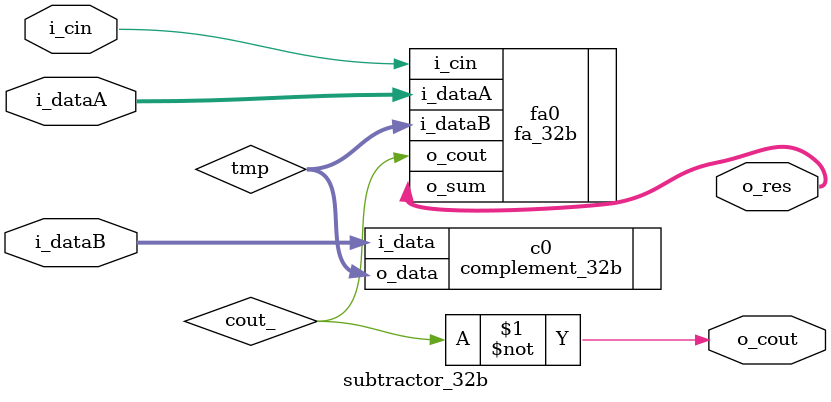
<source format=v>
module subtractor_32b(o_cout, o_res, i_dataA, i_dataB, i_cin);
  output o_cout;
  output[31:0] o_res;
  input[31:0]  i_dataA, i_dataB;
  input i_cin;
  
  wire[31:0] tmp;
  wire cout_;
  assign o_cout = ~cout_;
  complement_32b c0 (
    .o_data(tmp),
    .i_data(i_dataB)
    );
    
  fa_32b fa0(
    .o_cout(cout_),
    .o_sum(o_res),
    .i_dataA(i_dataA),
    .i_dataB(tmp),
    .i_cin(i_cin)
    );
    
endmodule


</source>
